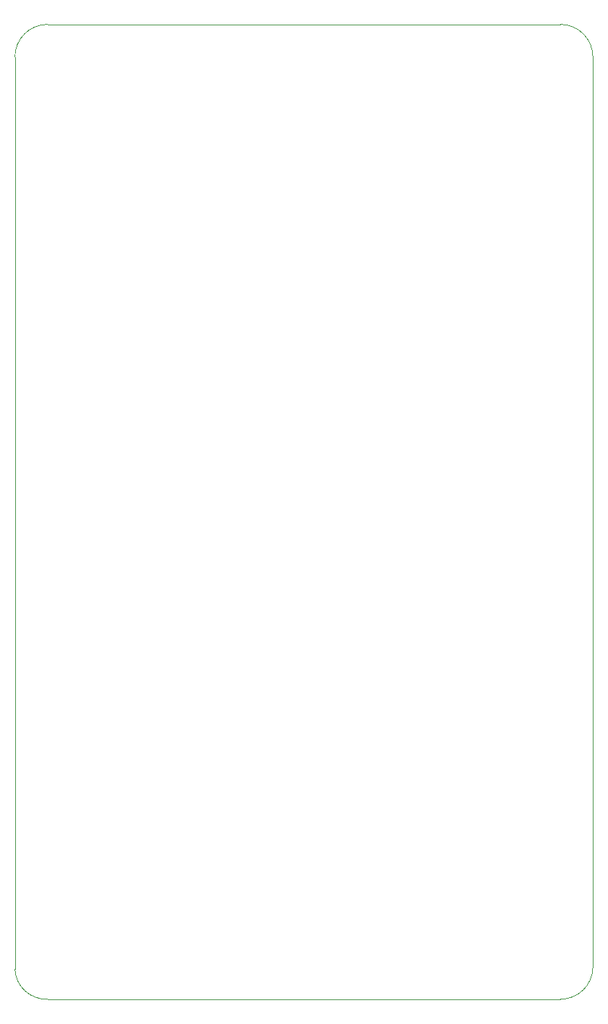
<source format=gbr>
%TF.GenerationSoftware,KiCad,Pcbnew,7.0.6*%
%TF.CreationDate,2023-08-03T15:11:44-04:00*%
%TF.ProjectId,mcp23s17_mosfet_combo,6d637032-3373-4313-975f-6d6f73666574,rev?*%
%TF.SameCoordinates,Original*%
%TF.FileFunction,Profile,NP*%
%FSLAX46Y46*%
G04 Gerber Fmt 4.6, Leading zero omitted, Abs format (unit mm)*
G04 Created by KiCad (PCBNEW 7.0.6) date 2023-08-03 15:11:44*
%MOMM*%
%LPD*%
G01*
G04 APERTURE LIST*
%TA.AperFunction,Profile*%
%ADD10C,0.100000*%
%TD*%
G04 APERTURE END LIST*
D10*
X193040000Y-148513800D02*
G75*
G03*
X196849999Y-144780000I38089J3771911D01*
G01*
X196849998Y-38354000D02*
G75*
G03*
X193040000Y-34544000I-3810010J-10D01*
G01*
X193040000Y-148513800D02*
X133048554Y-148513800D01*
X196850000Y-38354000D02*
X196850000Y-144780000D01*
X133048554Y-34544000D02*
X193040000Y-34544000D01*
X133048554Y-34544002D02*
G75*
G03*
X129238554Y-38354000I10J-3810010D01*
G01*
X129238554Y-144983200D02*
G75*
G03*
X133048554Y-148513800I3670311J139712D01*
G01*
X129238554Y-144983200D02*
X129238554Y-38354000D01*
M02*

</source>
